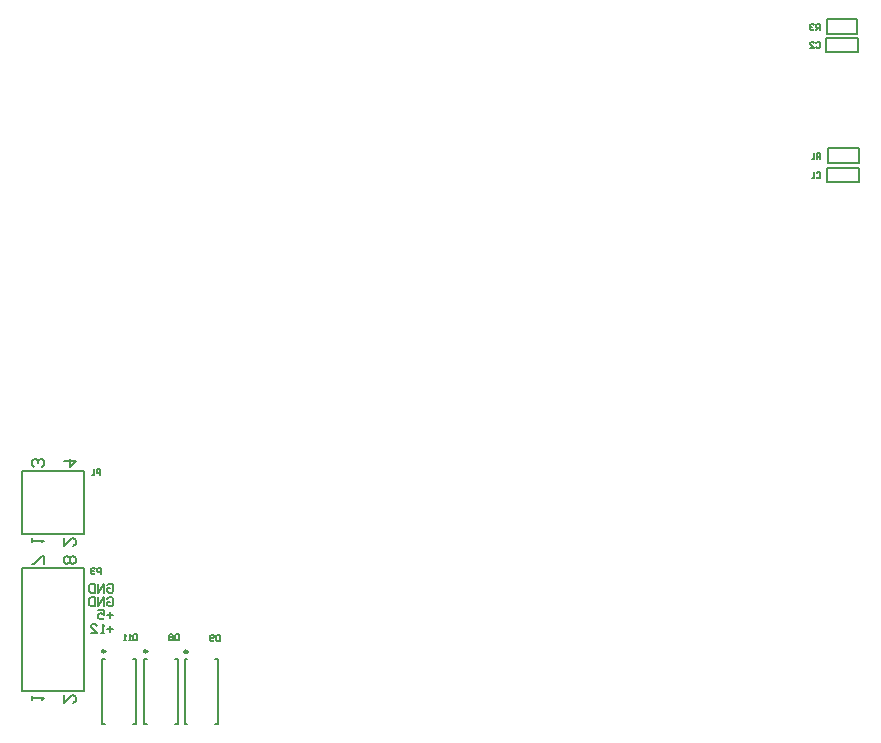
<source format=gbo>
%FSTAX23Y23*%
%MOIN*%
%SFA1B1*%

%IPPOS*%
%ADD10C,0.009800*%
%ADD13C,0.007900*%
%ADD15C,0.006000*%
%ADD17C,0.005000*%
%LNv1.0-1*%
%LPD*%
G54D10*
X01307Y02713D02*
D01*
D01*
G75*
G03X01298I-00004J0D01*
G74*G01*
D01*
G75*
G03X01307I00004J0D01*
G74*G01*
X01582Y02712D02*
D01*
D01*
G75*
G03X01573I-00004J0D01*
G74*G01*
D01*
G75*
G03X01582I00004J0D01*
G74*G01*
X01447Y02713D02*
D01*
D01*
G75*
G03X01438I-00004J0D01*
G74*G01*
D01*
G75*
G03X01447I00004J0D01*
G74*G01*
G54D13*
X01401Y02471D02*
X0141D01*
X01401Y02688D02*
X0141D01*
X01299Y02471D02*
X01308D01*
X01299Y02688D02*
X01308D01*
X0141Y02471D02*
Y02688D01*
X01299Y02471D02*
Y02688D01*
X01676Y0247D02*
X01685D01*
X01676Y02686D02*
X01685D01*
X01574Y0247D02*
X01583D01*
X01574Y02686D02*
X01583D01*
X01685Y0247D02*
Y02686D01*
X01574Y0247D02*
Y02686D01*
X01541Y02471D02*
X0155D01*
X01541Y02688D02*
X0155D01*
X01439Y02471D02*
X01448D01*
X01439Y02688D02*
X01448D01*
X0155Y02471D02*
Y02688D01*
X01439Y02471D02*
Y02688D01*
X01032Y03104D02*
X01238D01*
X01032D02*
Y03315D01*
X01238Y03104D02*
Y03315D01*
X01032D02*
X01238D01*
X01032Y02579D02*
X01238D01*
X01032D02*
Y0299D01*
X01238Y02579D02*
Y0299D01*
X01032D02*
X01238D01*
G54D15*
X03812Y04821D02*
X03816D01*
Y04769D02*
Y04821D01*
X03714Y04769D02*
X03816D01*
X03714D02*
Y04821D01*
X03812*
X03712Y04712D02*
X03719D01*
X03712D02*
Y04758D01*
X03818*
Y04712D02*
Y04758D01*
X03719Y04712D02*
X03818D01*
X03817Y04391D02*
X03821D01*
Y04339D02*
Y04391D01*
X03719Y04339D02*
X03821D01*
X03719D02*
Y04391D01*
X03817*
X03715Y04277D02*
X03722D01*
X03715D02*
Y04323D01*
X03821*
Y04277D02*
Y04323D01*
X03722Y04277D02*
X03821D01*
X01336Y02834D02*
X01316D01*
X01326Y02844D02*
Y02824D01*
X01286Y02849D02*
X01306D01*
Y02834*
X01296Y02839*
X01291*
X01286Y02834*
Y02824*
X01291Y02819*
X01301*
X01306Y02824*
X01316Y02933D02*
X01321Y02938D01*
X01331*
X01336Y02933*
Y02913*
X01331Y02908*
X01321*
X01316Y02913*
Y02923*
X01326*
X01306Y02908D02*
Y02938D01*
X01286Y02908*
Y02938*
X01276D02*
Y02908D01*
X01261*
X01256Y02913*
Y02933*
X01261Y02938*
X01276*
X01316Y02888D02*
X01321Y02893D01*
X01331*
X01336Y02888*
Y02868*
X01331Y02863*
X01321*
X01316Y02868*
Y02878*
X01326*
X01306Y02863D02*
Y02893D01*
X01286Y02863*
Y02893*
X01276D02*
Y02863D01*
X01261*
X01256Y02868*
Y02888*
X01261Y02893*
X01276*
X01336Y02788D02*
X01316D01*
X01326Y02798D02*
Y02778D01*
X01306Y02773D02*
X01296D01*
X01301*
Y02803*
X01306Y02798*
X01261Y02773D02*
X01281D01*
X01261Y02793*
Y02798*
X01266Y02803*
X01276*
X01281Y02798*
X01064Y03076D02*
Y03089D01*
Y03082*
X01104*
X01097Y03076*
X0117Y03091D02*
Y03064D01*
X01197Y03091*
X01203*
X0121Y03084*
Y03071*
X01203Y03064*
X01097Y03328D02*
X01104Y03334D01*
Y03348*
X01097Y03354*
X0109*
X01084Y03348*
Y03341*
Y03348*
X01077Y03354*
X0107*
X01064Y03348*
Y03334*
X0107Y03328*
X0117Y03348D02*
X0121D01*
X0119Y03328*
Y03354*
X01064Y02551D02*
Y02564D01*
Y02557*
X01104*
X01097Y02551*
X0117Y02566D02*
Y02539D01*
X01197Y02566*
X01203*
X0121Y02559*
Y02546*
X01203Y02539*
X01104Y03003D02*
Y03029D01*
X01097*
X0107Y03003*
X01064*
X01203D02*
X0121Y03009D01*
Y03023*
X01203Y03029*
X01197*
X0119Y03023*
X01183Y03029*
X01177*
X0117Y03023*
Y03009*
X01177Y03003*
X01183*
X0119Y03009*
X01197Y03003*
X01203*
X0119Y03009D02*
Y03023D01*
G54D17*
X01416Y02769D02*
Y02749D01*
X01406*
X01402Y02752*
Y02765*
X01406Y02769*
X01416*
X01396Y02749D02*
X01389D01*
X01392*
Y02769*
X01396Y02765*
X01379Y02749D02*
X01372D01*
X01376*
Y02769*
X01379Y02765*
X01691Y02767D02*
Y02747D01*
X01681*
X01677Y0275*
Y02763*
X01681Y02767*
X01691*
X01671Y0275D02*
X01667Y02747D01*
X01661*
X01657Y0275*
Y02763*
X01661Y02767*
X01667*
X01671Y02763*
Y0276*
X01667Y02757*
X01657*
X01556Y02769D02*
Y02749D01*
X01546*
X01542Y02752*
Y02765*
X01546Y02769*
X01556*
X01536Y02765D02*
X01532Y02769D01*
X01526*
X01522Y02765*
Y02762*
X01526Y02759*
X01522Y02755*
Y02752*
X01526Y02749*
X01532*
X01536Y02752*
Y02755*
X01532Y02759*
X01536Y02762*
Y02765*
X01532Y02759D02*
X01526D01*
X01293Y033D02*
Y0332D01*
X01283*
X0128Y03316*
Y0331*
X01283Y03306*
X01293*
X01273Y033D02*
X01266D01*
X0127*
Y0332*
X01273Y03316*
X01296Y0297D02*
Y0299D01*
X01286*
X01283Y02986*
Y0298*
X01286Y02976*
X01296*
X01276Y02986D02*
X01273Y0299D01*
X01266*
X01263Y02986*
Y02983*
X01266Y0298*
X0127*
X01266*
X01263Y02976*
Y02973*
X01266Y0297*
X01273*
X01276Y02973*
X03691Y04785D02*
Y04805D01*
X03681*
X03678Y04801*
Y04795*
X03681Y04791*
X03691*
X03685D02*
X03678Y04785D01*
X03671Y04801D02*
X03668Y04805D01*
X03661*
X03658Y04801*
Y04798*
X03661Y04795*
X03665*
X03661*
X03658Y04791*
Y04788*
X03661Y04785*
X03668*
X03671Y04788*
X03678Y04741D02*
X03681Y04745D01*
X03688*
X03691Y04741*
Y04728*
X03688Y04725*
X03681*
X03678Y04728*
X03658Y04725D02*
X03671D01*
X03658Y04738*
Y04741*
X03661Y04745*
X03668*
X03671Y04741*
X03693Y04355D02*
Y04375D01*
X03683*
X0368Y04371*
Y04365*
X03683Y04361*
X03693*
X03686D02*
X0368Y04355D01*
X03673D02*
X03666D01*
X0367*
Y04375*
X03673Y04371*
X0368Y04306D02*
X03683Y0431D01*
X0369*
X03693Y04306*
Y04293*
X0369Y0429*
X03683*
X0368Y04293*
X03673Y0429D02*
X03666D01*
X0367*
Y0431*
X03673Y04306*
M02*
</source>
